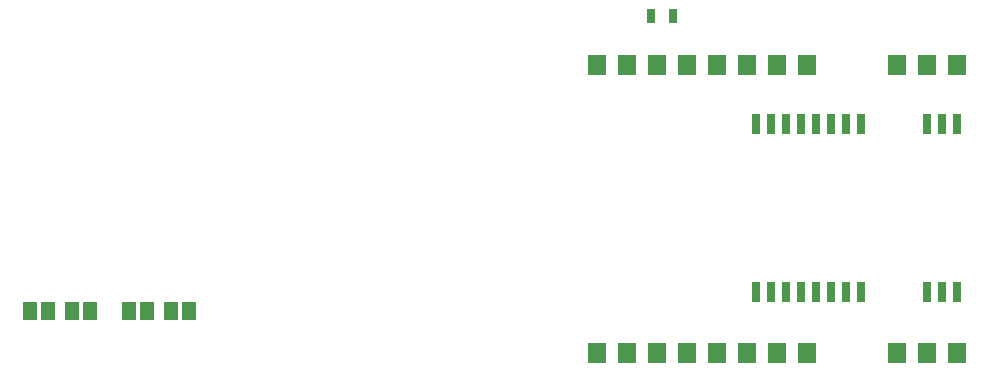
<source format=gbr>
G04 EAGLE Gerber RS-274X export*
G75*
%MOMM*%
%FSLAX34Y34*%
%LPD*%
%INSolderpaste Top*%
%IPPOS*%
%AMOC8*
5,1,8,0,0,1.08239X$1,22.5*%
G01*
%ADD10R,1.500000X1.800000*%
%ADD11R,0.780000X1.800000*%
%ADD12R,0.800000X1.200000*%
%ADD13R,1.168400X1.600200*%


D10*
X923290Y311150D03*
X897890Y311150D03*
X872490Y311150D03*
X796290Y311150D03*
X770890Y311150D03*
X745490Y311150D03*
X720090Y311150D03*
X694690Y311150D03*
X669290Y311150D03*
X643890Y311150D03*
X618490Y311150D03*
X618490Y67310D03*
X643890Y67310D03*
X669290Y67310D03*
X694690Y67310D03*
X720090Y67310D03*
X745490Y67310D03*
X770890Y67310D03*
X796290Y67310D03*
X872490Y67310D03*
X897890Y67310D03*
X923290Y67310D03*
D11*
X923290Y261620D03*
X910590Y261620D03*
X897890Y261620D03*
X842010Y261620D03*
X829310Y261620D03*
X816610Y261620D03*
X803910Y261620D03*
X791210Y261620D03*
X778510Y261620D03*
X765810Y261620D03*
X753110Y261620D03*
X753110Y119380D03*
X765810Y119380D03*
X778510Y119380D03*
X791210Y119380D03*
X803910Y119380D03*
X816610Y119380D03*
X829310Y119380D03*
X842010Y119380D03*
X897890Y119380D03*
X910590Y119380D03*
X923290Y119380D03*
D12*
X682100Y353060D03*
X664100Y353060D03*
D13*
X138430Y102870D03*
X153670Y102870D03*
X222250Y102870D03*
X237490Y102870D03*
X257810Y102870D03*
X273050Y102870D03*
X173990Y102870D03*
X189230Y102870D03*
M02*

</source>
